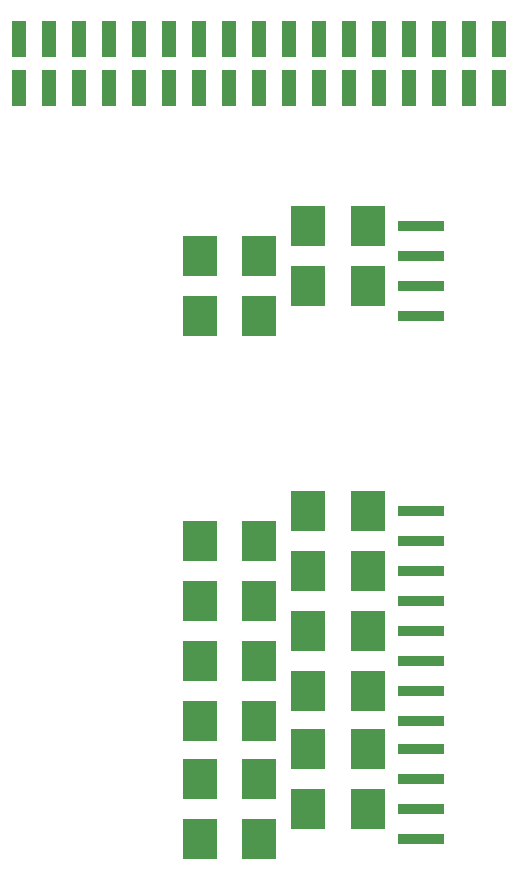
<source format=gbr>
G04 DesignSpark PCB Gerber Version 10.0 Build 5299*
%FSLAX35Y35*%
%MOIN*%
%ADD112R,0.04600X0.12120*%
%ADD123R,0.11411X0.13380*%
%ADD122R,0.15348X0.03537*%
X0Y0D02*
D02*
D112*
X63100Y289655D03*
Y306151D03*
X73100Y289655D03*
Y306151D03*
X83100Y289655D03*
Y306151D03*
X93100Y289655D03*
Y306151D03*
X103100Y289655D03*
Y306151D03*
X113100Y289655D03*
Y306151D03*
X123100Y289655D03*
Y306151D03*
X133100Y289655D03*
Y306151D03*
X143100Y289655D03*
Y306151D03*
X153100Y289655D03*
Y306151D03*
X163100Y289655D03*
Y306151D03*
X173100Y289655D03*
Y306151D03*
X183100Y289655D03*
Y306151D03*
X193100Y289655D03*
Y306151D03*
X203100Y289655D03*
Y306151D03*
X213100Y289655D03*
Y306151D03*
X223100Y289655D03*
Y306151D03*
D02*
D122*
X196850Y39350D03*
Y49350D03*
Y59350D03*
Y69350D03*
Y78741D03*
Y88741D03*
Y98741D03*
Y108741D03*
Y118741D03*
Y128741D03*
Y138741D03*
Y148741D03*
Y213717D03*
Y223717D03*
Y233717D03*
Y243707D03*
D02*
D123*
X123257Y39350D03*
Y59350D03*
Y78741D03*
Y98741D03*
Y118741D03*
Y138741D03*
Y213717D03*
Y233717D03*
X142943Y39350D03*
Y59350D03*
Y78741D03*
Y98741D03*
Y118741D03*
Y138741D03*
Y213717D03*
Y233717D03*
X159507Y49350D03*
Y69350D03*
Y88741D03*
Y108741D03*
Y128741D03*
Y148741D03*
Y223717D03*
Y243717D03*
X179193Y49350D03*
Y69350D03*
Y88741D03*
Y108741D03*
Y128741D03*
Y148741D03*
Y223717D03*
Y243717D03*
X0Y0D02*
M02*

</source>
